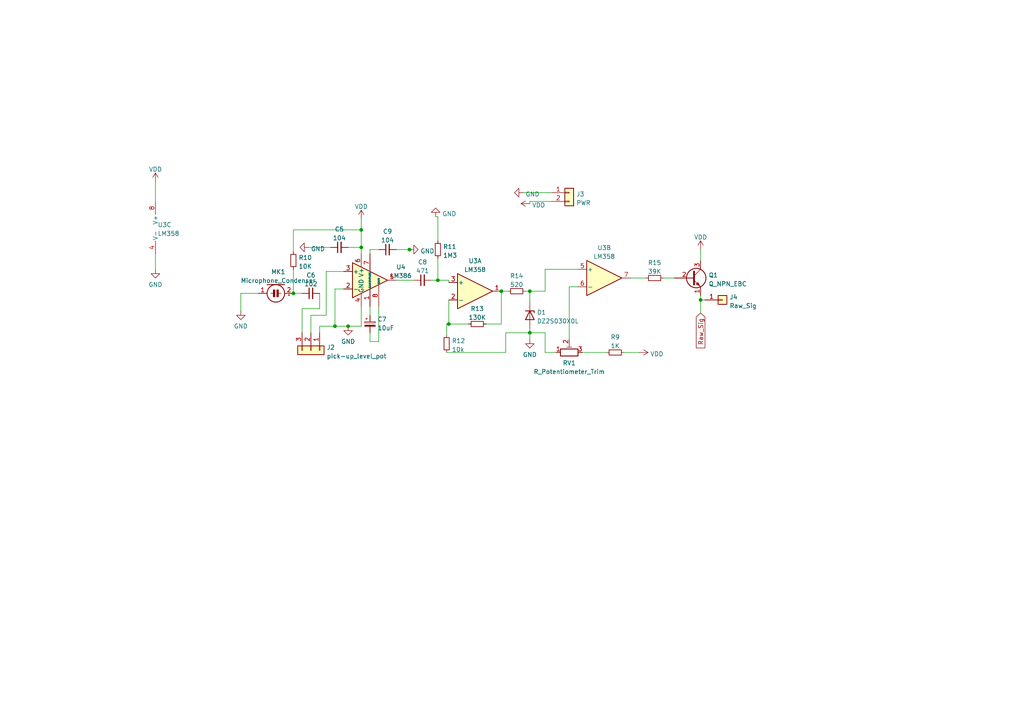
<source format=kicad_sch>
(kicad_sch (version 20211123) (generator eeschema)
  (paper "A4")
  (lib_symbols
    (symbol "Amplifier_Audio:LM386" (pin_names (offset 0.127))
      (property "Reference" "U" (at 1.27 7.62 0))
      (property "Value" "LM386" (at 1.27 5.08 0))
      (symbol "LM386_0_1"
        (polyline (pts (xy 5.08 0) (xy -5.08 5.08) (xy -5.08 -5.08) (xy 5.08 0)) (stroke (width 0.254)) (fill (type background)))
      )
      (symbol "LM386_1_1"
        (pin input line (at 0 -7.62 90) (length 5.08) (name "GAIN") (number "1"))
        (pin input line (at -7.62 -2.54 0) (length 2.54) (name "-") (number "2"))
        (pin input line (at -7.62 2.54 0) (length 2.54) (name "+") (number "3"))
        (pin power_in line (at -2.54 -7.62 90) (length 3.81) (name "GND") (number "4"))
        (pin output line (at 7.62 0 180) (length 2.54) (name "~") (number "5"))
        (pin power_in line (at -2.54 7.62 270) (length 3.81) (name "V+") (number "6"))
        (pin input line (at 0 7.62 270) (length 5.08) (name "BYPASS") (number "7"))
        (pin input line (at 2.54 -7.62 90) (length 6.35) (name "GAIN") (number "8"))
      )
    )
    (symbol "Amplifier_Operational:LM358" (pin_names (offset 0.127))
      (property "Reference" "U" (at 0 5.08 0))
      (property "Value" "LM358" (at 0 -5.08 0))
      (symbol "LM358_1_1"
        (polyline (pts (xy -5.08 5.08) (xy 5.08 0) (xy -5.08 -5.08) (xy -5.08 5.08)) (stroke (width 0.254)) (fill (type background)))
        (pin output line (at 7.62 0 180) (length 2.54) (name "~") (number "1"))
        (pin input line (at -7.62 -2.54 0) (length 2.54) (name "-") (number "2"))
        (pin input line (at -7.62 2.54 0) (length 2.54) (name "+") (number "3"))
      )
      (symbol "LM358_2_1"
        (polyline (pts (xy -5.08 5.08) (xy 5.08 0) (xy -5.08 -5.08) (xy -5.08 5.08)) (stroke (width 0.254)) (fill (type background)))
        (pin input line (at -7.62 2.54 0) (length 2.54) (name "+") (number "5"))
        (pin input line (at -7.62 -2.54 0) (length 2.54) (name "-") (number "6"))
        (pin output line (at 7.62 0 180) (length 2.54) (name "~") (number "7"))
      )
      (symbol "LM358_3_1"
        (pin power_in line (at -2.54 -7.62 90) (length 3.81) (name "V-") (number "4"))
        (pin power_in line (at -2.54 7.62 270) (length 3.81) (name "V+") (number "8"))
      )
    )
    (symbol "Connector_Generic:Conn_01x01" (pin_names (offset 1.016) hide)
      (property "Reference" "J" (at 0 2.54 0))
      (property "Value" "Conn_01x01" (at 0 -2.54 0))
      (symbol "Conn_01x01_1_1"
        (rectangle (start -1.27 0.127) (end 0 -0.127) (stroke (width 0.1524)))
        (rectangle (start -1.27 1.27) (end 1.27 -1.27) (stroke (width 0.254)) (fill (type background)))
        (pin passive line (at -5.08 0 0) (length 3.81) (name "Pin_1") (number "1"))
      )
    )
    (symbol "Connector_Generic:Conn_01x02" (pin_names (offset 1.016) hide)
      (property "Reference" "J" (at 0 2.54 0))
      (property "Value" "Conn_01x02" (at 0 -5.08 0))
      (symbol "Conn_01x02_1_1"
        (rectangle (start -1.27 -2.413) (end 0 -2.667) (stroke (width 0.1524)))
        (rectangle (start -1.27 0.127) (end 0 -0.127) (stroke (width 0.1524)))
        (rectangle (start -1.27 1.27) (end 1.27 -3.81) (stroke (width 0.254)) (fill (type background)))
        (pin passive line (at -5.08 0 0) (length 3.81) (name "Pin_1") (number "1"))
        (pin passive line (at -5.08 -2.54 0) (length 3.81) (name "Pin_2") (number "2"))
      )
    )
    (symbol "Connector_Generic:Conn_01x03" (pin_names (offset 1.016) hide)
      (property "Reference" "J" (at 0 5.08 0))
      (property "Value" "Conn_01x03" (at 0 -5.08 0))
      (symbol "Conn_01x03_1_1"
        (rectangle (start -1.27 -2.413) (end 0 -2.667) (stroke (width 0.1524)))
        (rectangle (start -1.27 0.127) (end 0 -0.127) (stroke (width 0.1524)))
        (rectangle (start -1.27 2.667) (end 0 2.413) (stroke (width 0.1524)))
        (rectangle (start -1.27 3.81) (end 1.27 -3.81) (stroke (width 0.254)) (fill (type background)))
        (pin passive line (at -5.08 2.54 0) (length 3.81) (name "Pin_1") (number "1"))
        (pin passive line (at -5.08 0 0) (length 3.81) (name "Pin_2") (number "2"))
        (pin passive line (at -5.08 -2.54 0) (length 3.81) (name "Pin_3") (number "3"))
      )
    )
    (symbol "Device:C_Polarized_Small" (pin_numbers hide) (pin_names (offset 0.254) hide)
      (property "Reference" "C" (at 0.254 1.778 0))
      (property "Value" "C_Polarized_Small" (at 0.254 -2.032 0))
      (symbol "C_Polarized_Small_0_1"
        (rectangle (start -1.524 -0.3048) (end 1.524 -0.6858) (fill (type outline)))
        (rectangle (start -1.524 0.6858) (end 1.524 0.3048))
        (polyline (pts (xy -1.27 1.524) (xy -0.762 1.524)))
        (polyline (pts (xy -1.016 1.27) (xy -1.016 1.778)))
      )
      (symbol "C_Polarized_Small_1_1"
        (pin passive line (at 0 2.54 270) (length 1.8542) (name "~") (number "1"))
        (pin passive line (at 0 -2.54 90) (length 1.8542) (name "~") (number "2"))
      )
    )
    (symbol "Device:C_Small" (pin_numbers hide) (pin_names (offset 0.254) hide)
      (property "Reference" "C" (at 0.254 1.778 0))
      (property "Value" "C_Small" (at 0.254 -2.032 0))
      (symbol "C_Small_0_1"
        (polyline (pts (xy -1.524 -0.508) (xy 1.524 -0.508)) (stroke (width 0.3302)))
        (polyline (pts (xy -1.524 0.508) (xy 1.524 0.508)) (stroke (width 0.3048)))
      )
      (symbol "C_Small_1_1"
        (pin passive line (at 0 2.54 270) (length 2.032) (name "~") (number "1"))
        (pin passive line (at 0 -2.54 90) (length 2.032) (name "~") (number "2"))
      )
    )
    (symbol "Device:Microphone_Condenser" (pin_names (offset 0.0254) hide)
      (property "Reference" "MK" (at -3.302 1.27 0))
      (property "Value" "Microphone_Condenser" (at -3.302 -0.635 0))
      (symbol "Microphone_Condenser_0_1"
        (polyline (pts (xy -2.54 2.54) (xy -2.54 -2.54)) (stroke (width 0.254)))
        (polyline (pts (xy 0 -0.762) (xy 0 -1.524)))
        (polyline (pts (xy 0 0.762) (xy 0 1.524)))
        (polyline (pts (xy 0.254 3.81) (xy 0.762 3.81)))
        (polyline (pts (xy 0.508 4.064) (xy 0.508 3.556)))
        (circle (center 0 0) (radius 2.54) (stroke (width 0.254)))
        (rectangle (start 1.016 -0.254) (end -1.016 -0.762) (fill (type outline)))
        (rectangle (start 1.016 0.762) (end -1.016 0.254) (fill (type outline)))
      )
      (symbol "Microphone_Condenser_1_1"
        (pin passive line (at 0 -5.08 90) (length 2.54) (name "-") (number "1"))
        (pin passive line (at 0 5.08 270) (length 2.54) (name "+") (number "2"))
      )
    )
    (symbol "Device:Q_NPN_EBC" (pin_names (offset 0) hide)
      (property "Reference" "Q" (at 5.08 1.27 0))
      (property "Value" "Q_NPN_EBC" (at 5.08 -1.27 0))
      (symbol "Q_NPN_EBC_0_1"
        (polyline (pts (xy 0.635 0.635) (xy 2.54 2.54)))
        (polyline (pts (xy 0.635 -0.635) (xy 2.54 -2.54) (xy 2.54 -2.54)))
        (polyline (pts (xy 0.635 1.905) (xy 0.635 -1.905) (xy 0.635 -1.905)) (stroke (width 0.508)))
        (polyline (pts (xy 1.27 -1.778) (xy 1.778 -1.27) (xy 2.286 -2.286) (xy 1.27 -1.778) (xy 1.27 -1.778)) (fill (type outline)))
        (circle (center 1.27 0) (radius 2.8194) (stroke (width 0.254)))
      )
      (symbol "Q_NPN_EBC_1_1"
        (pin passive line (at 2.54 -5.08 90) (length 2.54) (name "E") (number "1"))
        (pin passive line (at -5.08 0 0) (length 5.715) (name "B") (number "2"))
        (pin passive line (at 2.54 5.08 270) (length 2.54) (name "C") (number "3"))
      )
    )
    (symbol "Device:R_Potentiometer_Trim" (pin_names (offset 1.016) hide)
      (property "Reference" "RV" (at -4.445 0 90))
      (property "Value" "R_Potentiometer_Trim" (at -2.54 0 90))
      (symbol "R_Potentiometer_Trim_0_1"
        (polyline (pts (xy 1.524 0.762) (xy 1.524 -0.762)))
        (polyline (pts (xy 2.54 0) (xy 1.524 0)))
        (rectangle (start 1.016 2.54) (end -1.016 -2.54) (stroke (width 0.254)))
      )
      (symbol "R_Potentiometer_Trim_1_1"
        (pin passive line (at 0 3.81 270) (length 1.27) (name "1") (number "1"))
        (pin passive line (at 3.81 0 180) (length 1.27) (name "2") (number "2"))
        (pin passive line (at 0 -3.81 90) (length 1.27) (name "3") (number "3"))
      )
    )
    (symbol "Device:R_Small" (pin_numbers hide) (pin_names (offset 0.254) hide)
      (property "Reference" "R" (at 0.762 0.508 0))
      (property "Value" "R_Small" (at 0.762 -1.016 0))
      (symbol "R_Small_0_1"
        (rectangle (start -0.762 1.778) (end 0.762 -1.778) (stroke (width 0.2032)))
      )
      (symbol "R_Small_1_1"
        (pin passive line (at 0 2.54 270) (length 0.762) (name "~") (number "1"))
        (pin passive line (at 0 -2.54 90) (length 0.762) (name "~") (number "2"))
      )
    )
    (symbol "Diode:DZ2S030X0L" (pin_numbers hide) (pin_names (offset 1.016) hide)
      (property "Reference" "D" (at 0 2.54 0))
      (property "Value" "DZ2S030X0L" (at 0 -2.54 0))
      (symbol "DZ2S030X0L_0_1"
        (polyline (pts (xy 1.27 0) (xy -1.27 0)))
        (polyline (pts (xy -1.27 -1.27) (xy -1.27 1.27) (xy -0.762 1.27)) (stroke (width 0.254)))
        (polyline (pts (xy 1.27 -1.27) (xy 1.27 1.27) (xy -1.27 0) (xy 1.27 -1.27)) (stroke (width 0.254)))
      )
      (symbol "DZ2S030X0L_1_1"
        (pin passive line (at -3.81 0 0) (length 2.54) (name "K") (number "1"))
        (pin passive line (at 3.81 0 180) (length 2.54) (name "A") (number "2"))
      )
    )
    (symbol "power:GND" (power) (pin_names (offset 0))
      (property "Value" "GND" (at 0 -3.81 0))
      (symbol "GND_0_1"
        (polyline (pts (xy 0 0) (xy 0 -1.27) (xy 1.27 -1.27) (xy 0 -2.54) (xy -1.27 -1.27) (xy 0 -1.27)))
      )
      (symbol "GND_1_1"
        (pin power_in line (at 0 0 270) (length 0) hide (name "GND") (number "1"))
      )
    )
    (symbol "power:VDD" (power) (pin_names (offset 0))
      (property "Value" "VDD" (at 0 3.81 0))
      (symbol "VDD_0_1"
        (polyline (pts (xy -0.762 1.27) (xy 0 2.54)))
        (polyline (pts (xy 0 0) (xy 0 2.54)))
        (polyline (pts (xy 0 2.54) (xy 0.762 1.27)))
      )
      (symbol "VDD_1_1"
        (pin power_in line (at 0 0 90) (length 0) hide (name "VDD") (number "1"))
      )
    )
  )
  (junction (at 127 81.28))
  (junction (at 97.155 94.615))
  (junction (at 153.67 84.455))
  (junction (at 118.745 72.39))
  (junction (at 145.415 84.455))
  (junction (at 153.67 96.52))
  (junction (at 85.09 85.09))
  (junction (at 100.965 94.615))
  (junction (at 203.2 86.995))
  (junction (at 104.775 71.755))
  (junction (at 130.175 93.98))
  (junction (at 104.775 66.675))
  (wire (pts (xy 180.975 102.235) (xy 185.42 102.235)))
  (wire (pts (xy 130.175 86.995) (xy 130.175 93.98)))
  (wire (pts (xy 165.1 83.185) (xy 165.1 98.425)))
  (wire (pts (xy 109.855 99.06) (xy 107.315 99.06)))
  (wire (pts (xy 94.615 78.74) (xy 99.695 78.74)))
  (wire (pts (xy 145.415 84.455) (xy 147.32 84.455)))
  (wire (pts (xy 90.17 91.44) (xy 94.615 91.44)))
  (wire (pts (xy 127 81.28) (xy 130.175 81.28)))
  (wire (pts (xy 140.97 93.98) (xy 145.415 93.98)))
  (wire (pts (xy 92.71 94.615) (xy 97.155 94.615)))
  (wire (pts (xy 152.4 84.455) (xy 153.67 84.455)))
  (wire (pts (xy 130.175 93.98) (xy 135.89 93.98)))
  (wire (pts (xy 45.085 52.705) (xy 45.085 58.42)))
  (wire (pts (xy 158.115 96.52) (xy 153.67 96.52)))
  (wire (pts (xy 145.415 93.98) (xy 145.415 84.455)))
  (wire (pts (xy 153.67 96.52) (xy 153.67 98.425)))
  (wire (pts (xy 129.54 93.98) (xy 129.54 97.155)))
  (wire (pts (xy 182.88 80.645) (xy 187.325 80.645)))
  (wire (pts (xy 97.155 83.82) (xy 97.155 94.615)))
  (wire (pts (xy 104.775 88.9) (xy 104.775 94.615)))
  (wire (pts (xy 158.115 84.455) (xy 158.115 78.105)))
  (wire (pts (xy 158.115 78.105) (xy 167.64 78.105)))
  (wire (pts (xy 160.02 58.42) (xy 153.67 58.42)))
  (wire (pts (xy 92.71 96.52) (xy 92.71 94.615)))
  (wire (pts (xy 146.685 102.235) (xy 146.685 96.52)))
  (wire (pts (xy 107.315 72.39) (xy 109.855 72.39)))
  (wire (pts (xy 146.685 96.52) (xy 153.67 96.52)))
  (wire (pts (xy 153.67 58.42) (xy 153.67 59.055)))
  (wire (pts (xy 114.935 81.28) (xy 120.015 81.28)))
  (wire (pts (xy 74.93 85.09) (xy 69.85 85.09)))
  (wire (pts (xy 104.775 71.755) (xy 104.775 66.675)))
  (wire (pts (xy 203.2 85.725) (xy 203.2 86.995)))
  (wire (pts (xy 45.085 73.66) (xy 45.085 78.105)))
  (wire (pts (xy 85.09 66.675) (xy 85.09 73.025)))
  (wire (pts (xy 85.09 85.09) (xy 87.63 85.09)))
  (wire (pts (xy 127 74.93) (xy 127 81.28)))
  (wire (pts (xy 109.855 88.9) (xy 109.855 99.06)))
  (wire (pts (xy 85.09 78.105) (xy 85.09 85.09)))
  (wire (pts (xy 153.67 84.455) (xy 158.115 84.455)))
  (wire (pts (xy 104.775 73.66) (xy 104.775 71.755)))
  (wire (pts (xy 158.115 102.235) (xy 158.115 96.52)))
  (wire (pts (xy 114.935 72.39) (xy 118.745 72.39)))
  (wire (pts (xy 161.29 102.235) (xy 158.115 102.235)))
  (wire (pts (xy 87.63 96.52) (xy 87.63 89.535)))
  (wire (pts (xy 129.54 93.98) (xy 130.175 93.98)))
  (wire (pts (xy 203.2 72.39) (xy 203.2 75.565)))
  (wire (pts (xy 104.775 66.675) (xy 85.09 66.675)))
  (wire (pts (xy 99.695 83.82) (xy 97.155 83.82)))
  (wire (pts (xy 90.17 96.52) (xy 90.17 91.44)))
  (wire (pts (xy 168.91 102.235) (xy 175.895 102.235)))
  (wire (pts (xy 153.67 95.25) (xy 153.67 96.52)))
  (wire (pts (xy 104.775 94.615) (xy 100.965 94.615)))
  (wire (pts (xy 129.54 102.235) (xy 146.685 102.235)))
  (wire (pts (xy 107.315 88.9) (xy 107.315 91.44)))
  (wire (pts (xy 151.765 55.88) (xy 160.02 55.88)))
  (wire (pts (xy 127 69.85) (xy 127 62.865)))
  (wire (pts (xy 69.85 85.09) (xy 69.85 90.17)))
  (wire (pts (xy 153.67 84.455) (xy 153.67 87.63)))
  (wire (pts (xy 203.2 86.995) (xy 204.47 86.995)))
  (wire (pts (xy 167.64 83.185) (xy 165.1 83.185)))
  (wire (pts (xy 87.63 89.535) (xy 92.71 89.535)))
  (wire (pts (xy 94.615 91.44) (xy 94.615 78.74)))
  (wire (pts (xy 104.775 63.5) (xy 104.775 66.675)))
  (wire (pts (xy 107.315 99.06) (xy 107.315 96.52)))
  (wire (pts (xy 100.965 71.755) (xy 104.775 71.755)))
  (wire (pts (xy 118.745 72.39) (xy 119.38 72.39)))
  (wire (pts (xy 92.71 89.535) (xy 92.71 85.09)))
  (wire (pts (xy 203.2 86.995) (xy 203.2 90.805)))
  (wire (pts (xy 192.405 80.645) (xy 195.58 80.645)))
  (wire (pts (xy 89.535 71.755) (xy 95.885 71.755)))
  (wire (pts (xy 125.095 81.28) (xy 127 81.28)))
  (wire (pts (xy 107.315 73.66) (xy 107.315 72.39)))
  (wire (pts (xy 130.175 81.28) (xy 130.175 81.915)))
  (wire (pts (xy 97.155 94.615) (xy 100.965 94.615)))
  (wire (pts (xy 127 62.865) (xy 126.365 62.865)))
  (global_label "Raw_Sig" (shape input) (at 203.2 90.805 270) (property "Intersheet References" "${INTERSHEET_REFS}" (effects hide)))
  (symbol (lib_id "power:GND") (at 69.85 90.17 0) (unit 1)
    (property "Reference" "#PWR06" (effects hide))
    (property "Value" "GND" (at 69.85 94.6134 0))
  )
  (symbol (lib_id "Device:C_Small") (at 98.425 71.755 90) (unit 1)
    (property "Reference" "C5" (at 98.4313 66.4931 90))
    (property "Value" "104" (at 98.4313 69.03 90))
    (property "Footprint" "Capacitor_THT:C_Disc_D7.0mm_W2.5mm_P5.00mm" (effects hide))
  )
  (symbol (lib_id "Device:C_Small") (at 122.555 81.28 90) (unit 1)
    (property "Reference" "C8" (at 122.5613 76.0181 90))
    (property "Value" "471" (at 122.5613 78.555 90))
    (property "Footprint" "Capacitor_THT:C_Disc_D7.0mm_W2.5mm_P5.00mm" (effects hide))
  )
  (symbol (lib_id "power:GND") (at 118.745 72.39 90) (unit 1)
    (property "Reference" "#PWR013" (effects hide))
    (property "Value" "GND" (at 121.92 72.8238 90) (effects (justify right)))
  )
  (symbol (lib_id "Device:Microphone_Condenser") (at 80.01 85.09 270) (unit 1)
    (property "Reference" "MK1" (at 80.7085 78.8502 90))
    (property "Value" "Microphone_Condenser" (at 80.7085 81.3871 90))
    (property "Footprint" "Connector_PinHeader_2.54mm:PinHeader_1x02_P2.54mm_Vertical" (effects hide))
  )
  (symbol (lib_id "Amplifier_Audio:LM386") (at 107.315 81.28 0) (unit 1)
    (property "Reference" "U4" (at 116.2904 77.4533 0))
    (property "Value" "LM386" (at 116.2904 79.9902 0))
    (property "Footprint" "Package_DIP:DIP-8_W7.62mm" (effects hide))
    (property "Datasheet" "http://www.ti.com/lit/ds/symlink/lm386.pdf" (effects hide))
  )
  (symbol (lib_id "power:GND") (at 89.535 71.755 270) (unit 1)
    (property "Reference" "#PWR012" (effects hide))
    (property "Value" "GND" (at 90.17 72.1888 90) (effects (justify left)))
  )
  (symbol (lib_id "Device:R_Small") (at 189.865 80.645 270) (unit 1)
    (property "Reference" "R15" (at 189.865 76.2086 90))
    (property "Value" "39K" (at 189.865 78.7455 90))
    (property "Footprint" "Resistor_THT:R_Axial_DIN0204_L3.6mm_D1.6mm_P5.08mm_Horizontal" (effects hide))
  )
  (symbol (lib_id "Diode:DZ2S030X0L") (at 153.67 91.44 270) (unit 1)
    (property "Reference" "D1" (at 155.702 90.6053 90) (effects (justify left)))
    (property "Value" "DZ2S030X0L" (at 155.702 93.1422 90) (effects (justify left)))
    (property "Footprint" "Diode_THT:D_DO-41_SOD81_P7.62mm_Horizontal" (effects hide))
    (property "Datasheet" "https://industrial.panasonic.com/content/data/SC/ds/ds4/DZ2S03000L_E.pdf" (effects hide))
  )
  (symbol (lib_id "Device:R_Small") (at 178.435 102.235 270) (unit 1)
    (property "Reference" "R9" (at 178.435 97.7986 90))
    (property "Value" "1K" (at 178.435 100.3355 90))
    (property "Footprint" "Resistor_THT:R_Axial_DIN0204_L3.6mm_D1.6mm_P5.08mm_Horizontal" (effects hide))
  )
  (symbol (lib_id "Device:C_Small") (at 112.395 72.39 90) (unit 1)
    (property "Reference" "C9" (at 112.4013 67.1281 90))
    (property "Value" "104" (at 112.4013 69.665 90))
    (property "Footprint" "Capacitor_THT:C_Disc_D7.0mm_W2.5mm_P5.00mm" (effects hide))
  )
  (symbol (lib_id "Connector_Generic:Conn_01x02") (at 165.1 55.88 0) (unit 1)
    (property "Reference" "J3" (at 167.132 56.3153 0) (effects (justify left)))
    (property "Value" "PWR" (at 167.132 58.8522 0) (effects (justify left)))
    (property "Footprint" "Connector_PinHeader_2.54mm:PinHeader_1x02_P2.54mm_Vertical" (effects hide))
  )
  (symbol (lib_id "Device:R_Small") (at 127 72.39 0) (unit 1)
    (property "Reference" "R11" (at 128.4986 71.5553 0) (effects (justify left)))
    (property "Value" "1M3" (at 128.4986 74.0922 0) (effects (justify left)))
    (property "Footprint" "Resistor_THT:R_Axial_DIN0204_L3.6mm_D1.6mm_P5.08mm_Horizontal" (effects hide))
  )
  (symbol (lib_id "Device:R_Small") (at 129.54 99.695 0) (unit 1)
    (property "Reference" "R12" (at 131.0386 98.8603 0) (effects (justify left)))
    (property "Value" "10k" (at 131.0386 101.3972 0) (effects (justify left)))
    (property "Footprint" "Resistor_THT:R_Axial_DIN0204_L3.6mm_D1.6mm_P5.08mm_Horizontal" (effects hide))
  )
  (symbol (lib_id "Device:C_Small") (at 90.17 85.09 90) (unit 1)
    (property "Reference" "C6" (at 90.1763 79.8281 90))
    (property "Value" "102" (at 90.1763 82.365 90))
    (property "Footprint" "Capacitor_THT:C_Disc_D7.0mm_W2.5mm_P5.00mm" (effects hide))
  )
  (symbol (lib_id "Device:R_Small") (at 85.09 75.565 180) (unit 1)
    (property "Reference" "R10" (at 86.5886 74.7303 0) (effects (justify right)))
    (property "Value" "10K" (at 86.5886 77.2672 0) (effects (justify right)))
    (property "Footprint" "Resistor_THT:R_Axial_DIN0204_L3.6mm_D1.6mm_P5.08mm_Horizontal" (effects hide))
  )
  (symbol (lib_id "power:GND") (at 100.965 94.615 0) (unit 1)
    (property "Reference" "#PWR07" (effects hide))
    (property "Value" "GND" (at 100.965 99.0584 0))
  )
  (symbol (lib_id "Device:R_Small") (at 138.43 93.98 270) (unit 1)
    (property "Reference" "R13" (at 138.43 89.5436 90))
    (property "Value" "130K" (at 138.43 92.0805 90))
    (property "Footprint" "Resistor_THT:R_Axial_DIN0204_L3.6mm_D1.6mm_P5.08mm_Horizontal" (effects hide))
  )
  (symbol (lib_id "Device:C_Polarized_Small") (at 107.315 93.98 0) (unit 1)
    (property "Reference" "C7" (at 109.474 92.5992 0) (effects (justify left)))
    (property "Value" "10uF" (at 109.474 95.1361 0) (effects (justify left)))
    (property "Footprint" "Capacitor_THT:CP_Radial_D7.5mm_P2.50mm" (effects hide))
  )
  (symbol (lib_id "power:GND") (at 126.365 62.865 180) (unit 1)
    (property "Reference" "#PWR018" (effects hide))
    (property "Value" "GND" (at 128.27 62.0288 0) (effects (justify right)))
  )
  (symbol (lib_id "power:GND") (at 153.67 98.425 0) (unit 1)
    (property "Reference" "#PWR09" (effects hide))
    (property "Value" "GND" (at 153.67 102.8684 0))
  )
  (symbol (lib_id "power:GND") (at 45.085 78.105 0) (unit 1)
    (property "Reference" "#PWR0102" (effects hide))
    (property "Value" "GND" (at 45.085 82.5484 0))
  )
  (symbol (lib_id "power:VDD") (at 104.775 63.5 0) (unit 1)
    (property "Reference" "#PWR08" (effects hide))
    (property "Value" "VDD" (at 104.775 59.9242 0))
  )
  (symbol (lib_id "Amplifier_Operational:LM358") (at 175.26 80.645 0) (unit 2)
    (property "Reference" "U3" (at 175.26 71.8652 0))
    (property "Value" "LM358" (at 175.26 74.4021 0))
    (property "Footprint" "Package_DIP:DIP-8_W7.62mm" (effects hide))
    (property "Datasheet" "http://www.ti.com/lit/ds/symlink/lm2904-n.pdf" (effects hide))
  )
  (symbol (lib_id "Device:R_Potentiometer_Trim") (at 165.1 102.235 90) (unit 1)
    (property "Reference" "RV1" (at 165.1 105.2814 90))
    (property "Value" "R_Potentiometer_Trim" (at 165.1 107.8183 90))
    (property "Footprint" "Potentiometer_THT:Potentiometer_Bourns_3296W_Vertical" (effects hide))
  )
  (symbol (lib_id "Connector_Generic:Conn_01x03") (at 90.17 101.6 270) (unit 1)
    (property "Reference" "J2" (at 94.742 100.7653 90) (effects (justify left)))
    (property "Value" "pick-up_level_pot" (at 94.742 103.3022 90) (effects (justify left)))
    (property "Footprint" "Connector_PinHeader_2.54mm:PinHeader_1x03_P2.54mm_Vertical" (effects hide))
  )
  (symbol (lib_id "power:VDD") (at 153.67 59.055 90) (unit 1)
    (property "Reference" "#PWR015" (effects hide))
    (property "Value" "VDD" (at 154.305 59.4888 90) (effects (justify right)))
  )
  (symbol (lib_id "power:GND") (at 151.765 55.88 270) (unit 1)
    (property "Reference" "#PWR014" (effects hide))
    (property "Value" "GND" (at 152.4 56.3138 90) (effects (justify left)))
  )
  (symbol (lib_id "Device:R_Small") (at 149.86 84.455 270) (unit 1)
    (property "Reference" "R14" (at 149.86 80.0186 90))
    (property "Value" "520" (at 149.86 82.5555 90))
    (property "Footprint" "Resistor_THT:R_Axial_DIN0204_L3.6mm_D1.6mm_P5.08mm_Horizontal" (effects hide))
  )
  (symbol (lib_id "Connector_Generic:Conn_01x01") (at 209.55 86.995 0) (unit 1)
    (property "Reference" "J4" (at 211.582 86.1603 0) (effects (justify left)))
    (property "Value" "Raw_Sig" (at 211.582 88.6972 0) (effects (justify left)))
    (property "Footprint" "Connector_PinHeader_2.54mm:PinHeader_1x01_P2.54mm_Vertical" (effects hide))
  )
  (symbol (lib_id "Amplifier_Operational:LM358") (at 47.625 66.04 0) (unit 3)
    (property "Reference" "U3" (at 45.72 65.2053 0) (effects (justify left)))
    (property "Value" "LM358" (at 45.72 67.7422 0) (effects (justify left)))
    (property "Footprint" "Package_DIP:DIP-8_W7.62mm" (effects hide))
    (property "Datasheet" "http://www.ti.com/lit/ds/symlink/lm2904-n.pdf" (effects hide))
  )
  (symbol (lib_id "power:VDD") (at 185.42 102.235 270) (unit 1)
    (property "Reference" "#PWR010" (effects hide))
    (property "Value" "VDD" (at 188.595 102.6688 90) (effects (justify left)))
  )
  (symbol (lib_id "power:VDD") (at 203.2 72.39 0) (unit 1)
    (property "Reference" "#PWR011" (effects hide))
    (property "Value" "VDD" (at 203.2 68.8142 0))
  )
  (symbol (lib_id "Device:Q_NPN_EBC") (at 200.66 80.645 0) (unit 1)
    (property "Reference" "Q1" (at 205.5114 79.8103 0) (effects (justify left)))
    (property "Value" "Q_NPN_EBC" (at 205.5114 82.3472 0) (effects (justify left)))
    (property "Footprint" "Package_TO_SOT_THT:TO-92_HandSolder" (effects hide))
  )
  (symbol (lib_id "Amplifier_Operational:LM358") (at 137.795 84.455 0) (unit 1)
    (property "Reference" "U3" (at 137.795 75.6752 0))
    (property "Value" "LM358" (at 137.795 78.2121 0))
    (property "Footprint" "Package_DIP:DIP-8_W7.62mm" (effects hide))
    (property "Datasheet" "http://www.ti.com/lit/ds/symlink/lm2904-n.pdf" (effects hide))
  )
  (symbol (lib_id "power:VDD") (at 45.085 52.705 0) (unit 1)
    (property "Reference" "#PWR0101" (effects hide))
    (property "Value" "VDD" (at 45.085 49.1292 0))
  )
)
</source>
